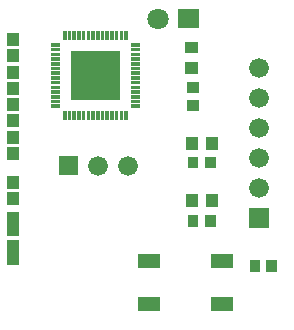
<source format=gts>
G04 Layer: TopSolderMaskLayer*
G04 EasyEDA v6.4.25, 2021-10-20T20:18:06+03:00*
G04 dcba5cd40900447394ce88492ccb6976,3ac546bf038a4e40b039f7879bd882b5,10*
G04 Gerber Generator version 0.2*
G04 Scale: 100 percent, Rotated: No, Reflected: No *
G04 Dimensions in millimeters *
G04 leading zeros omitted , absolute positions ,4 integer and 5 decimal *
%FSLAX45Y45*%
%MOMM*%

%ADD41C,1.8016*%
%ADD46C,1.6764*%
%ADD47R,1.6764X1.6764*%

%LPD*%
G36*
X661162Y5494781D02*
G01*
X661162Y5605018D01*
X761237Y5605018D01*
X761237Y5494781D01*
G37*
G36*
X661162Y5355081D02*
G01*
X661162Y5465318D01*
X761237Y5465318D01*
X761237Y5355081D01*
G37*
G36*
X661162Y5089144D02*
G01*
X661162Y5299455D01*
X761237Y5299455D01*
X761237Y5089144D01*
G37*
G36*
X661162Y4847844D02*
G01*
X661162Y5058155D01*
X761237Y5058155D01*
X761237Y4847844D01*
G37*
G36*
X661162Y6701281D02*
G01*
X661162Y6811518D01*
X761237Y6811518D01*
X761237Y6701281D01*
G37*
G36*
X661162Y6563360D02*
G01*
X661162Y6673595D01*
X761237Y6673595D01*
X761237Y6563360D01*
G37*
G36*
X661162Y6425437D02*
G01*
X661162Y6535673D01*
X761237Y6535673D01*
X761237Y6425437D01*
G37*
G36*
X661162Y6287770D02*
G01*
X661162Y6397752D01*
X761237Y6397752D01*
X761237Y6287770D01*
G37*
G36*
X661162Y6149847D02*
G01*
X661162Y6259829D01*
X761237Y6259829D01*
X761237Y6149847D01*
G37*
G36*
X661162Y6011926D02*
G01*
X661162Y6122162D01*
X761237Y6122162D01*
X761237Y6011926D01*
G37*
G36*
X661162Y5874004D02*
G01*
X661162Y5984239D01*
X761237Y5984239D01*
X761237Y5874004D01*
G37*
G36*
X661162Y5736081D02*
G01*
X661162Y5846318D01*
X761237Y5846318D01*
X761237Y5736081D01*
G37*
G36*
X2106929Y6850379D02*
G01*
X2106929Y7018020D01*
X2287270Y7018020D01*
X2287270Y6850379D01*
G37*
D41*
G01*
X1943100Y6934200D03*
G36*
X2856991Y4788662D02*
G01*
X2856991Y4888737D01*
X2947161Y4888737D01*
X2947161Y4788662D01*
G37*
G36*
X2717038Y4788662D02*
G01*
X2717038Y4888737D01*
X2807208Y4888737D01*
X2807208Y4788662D01*
G37*
G36*
X2167381Y6638797D02*
G01*
X2167381Y6738873D01*
X2277618Y6738873D01*
X2277618Y6638797D01*
G37*
G36*
X2167381Y6468871D02*
G01*
X2167381Y6568947D01*
X2277618Y6568947D01*
X2277618Y6468871D01*
G37*
G36*
X1766570Y4823968D02*
G01*
X1766570Y4944110D01*
X1956815Y4944110D01*
X1956815Y4823968D01*
G37*
G36*
X2386584Y4823968D02*
G01*
X2386584Y4944110D01*
X2576829Y4944110D01*
X2576829Y4823968D01*
G37*
G36*
X1766570Y4453889D02*
G01*
X1766570Y4574031D01*
X1956815Y4574031D01*
X1956815Y4453889D01*
G37*
G36*
X2386584Y4453889D02*
G01*
X2386584Y4574031D01*
X2576829Y4574031D01*
X2576829Y4453889D01*
G37*
G36*
X2186940Y6303771D02*
G01*
X2186940Y6394450D01*
X2283459Y6394450D01*
X2283459Y6303771D01*
G37*
G36*
X2186940Y6153150D02*
G01*
X2186940Y6243828D01*
X2283459Y6243828D01*
X2283459Y6153150D01*
G37*
D46*
G01*
X1689100Y5689600D03*
G01*
X1435100Y5689600D03*
G36*
X1097279Y5605779D02*
G01*
X1097279Y5773420D01*
X1264920Y5773420D01*
X1264920Y5605779D01*
G37*
G36*
X2190750Y5666739D02*
G01*
X2190750Y5763260D01*
X2281427Y5763260D01*
X2281427Y5666739D01*
G37*
G36*
X2341372Y5666739D02*
G01*
X2341372Y5763260D01*
X2432050Y5763260D01*
X2432050Y5666739D01*
G37*
G36*
X2190750Y5171439D02*
G01*
X2190750Y5267960D01*
X2281427Y5267960D01*
X2281427Y5171439D01*
G37*
G36*
X2341372Y5171439D02*
G01*
X2341372Y5267960D01*
X2432050Y5267960D01*
X2432050Y5171439D01*
G37*
G36*
X2346197Y5824981D02*
G01*
X2346197Y5935218D01*
X2446527Y5935218D01*
X2446527Y5824981D01*
G37*
G36*
X2176272Y5824981D02*
G01*
X2176272Y5935218D01*
X2276347Y5935218D01*
X2276347Y5824981D01*
G37*
G36*
X2346197Y5342381D02*
G01*
X2346197Y5452618D01*
X2446527Y5452618D01*
X2446527Y5342381D01*
G37*
G36*
X2176272Y5342381D02*
G01*
X2176272Y5452618D01*
X2276347Y5452618D01*
X2276347Y5342381D01*
G37*
G01*
X2794000Y6515100D03*
G01*
X2794000Y6261100D03*
G01*
X2794000Y6007100D03*
G01*
X2794000Y5753100D03*
G01*
X2794000Y5499100D03*
D47*
G01*
X2794000Y5245100D03*
G36*
X1712213Y6176518D02*
G01*
X1712213Y6206744D01*
X1788668Y6206744D01*
X1788668Y6176518D01*
G37*
G36*
X1712213Y6216395D02*
G01*
X1712213Y6246621D01*
X1788668Y6246621D01*
X1788668Y6216395D01*
G37*
G36*
X1712213Y6256528D02*
G01*
X1712213Y6286754D01*
X1788668Y6286754D01*
X1788668Y6256528D01*
G37*
G36*
X1712213Y6296405D02*
G01*
X1712213Y6326631D01*
X1788668Y6326631D01*
X1788668Y6296405D01*
G37*
G36*
X1712213Y6336537D02*
G01*
X1712213Y6366763D01*
X1788668Y6366763D01*
X1788668Y6336537D01*
G37*
G36*
X1712213Y6376415D02*
G01*
X1712213Y6406642D01*
X1788668Y6406642D01*
X1788668Y6376415D01*
G37*
G36*
X1712213Y6416547D02*
G01*
X1712213Y6446773D01*
X1788668Y6446773D01*
X1788668Y6416547D01*
G37*
G36*
X1712213Y6456426D02*
G01*
X1712213Y6486652D01*
X1788668Y6486652D01*
X1788668Y6456426D01*
G37*
G36*
X1712213Y6496557D02*
G01*
X1712213Y6526784D01*
X1788668Y6526784D01*
X1788668Y6496557D01*
G37*
G36*
X1712213Y6536436D02*
G01*
X1712213Y6566662D01*
X1788668Y6566662D01*
X1788668Y6536436D01*
G37*
G36*
X1712213Y6576568D02*
G01*
X1712213Y6606794D01*
X1788668Y6606794D01*
X1788668Y6576568D01*
G37*
G36*
X1712213Y6616445D02*
G01*
X1712213Y6646671D01*
X1788668Y6646671D01*
X1788668Y6616445D01*
G37*
G36*
X1712213Y6656578D02*
G01*
X1712213Y6686804D01*
X1788668Y6686804D01*
X1788668Y6656578D01*
G37*
G36*
X1712213Y6696455D02*
G01*
X1712213Y6726681D01*
X1788668Y6726681D01*
X1788668Y6696455D01*
G37*
G36*
X1654555Y6754113D02*
G01*
X1654555Y6830568D01*
X1684781Y6830568D01*
X1684781Y6754113D01*
G37*
G36*
X1614678Y6754113D02*
G01*
X1614678Y6830568D01*
X1644904Y6830568D01*
X1644904Y6754113D01*
G37*
G36*
X1574545Y6754113D02*
G01*
X1574545Y6830568D01*
X1604771Y6830568D01*
X1604771Y6754113D01*
G37*
G36*
X1534668Y6754113D02*
G01*
X1534668Y6830568D01*
X1564894Y6830568D01*
X1564894Y6754113D01*
G37*
G36*
X1494536Y6754113D02*
G01*
X1494536Y6830568D01*
X1524762Y6830568D01*
X1524762Y6754113D01*
G37*
G36*
X1454657Y6754113D02*
G01*
X1454657Y6830568D01*
X1484884Y6830568D01*
X1484884Y6754113D01*
G37*
G36*
X1414526Y6754113D02*
G01*
X1414526Y6830568D01*
X1444752Y6830568D01*
X1444752Y6754113D01*
G37*
G36*
X1374647Y6754113D02*
G01*
X1374647Y6830568D01*
X1404873Y6830568D01*
X1404873Y6754113D01*
G37*
G36*
X1334515Y6754113D02*
G01*
X1334515Y6830568D01*
X1364742Y6830568D01*
X1364742Y6754113D01*
G37*
G36*
X1294637Y6754113D02*
G01*
X1294637Y6830568D01*
X1324863Y6830568D01*
X1324863Y6754113D01*
G37*
G36*
X1254505Y6754113D02*
G01*
X1254505Y6830568D01*
X1284731Y6830568D01*
X1284731Y6754113D01*
G37*
G36*
X1214628Y6754113D02*
G01*
X1214628Y6830568D01*
X1244854Y6830568D01*
X1244854Y6754113D01*
G37*
G36*
X1174495Y6754113D02*
G01*
X1174495Y6830568D01*
X1204721Y6830568D01*
X1204721Y6754113D01*
G37*
G36*
X1134618Y6754113D02*
G01*
X1134618Y6830568D01*
X1164844Y6830568D01*
X1164844Y6754113D01*
G37*
G36*
X1030731Y6696455D02*
G01*
X1030731Y6726681D01*
X1107186Y6726681D01*
X1107186Y6696455D01*
G37*
G36*
X1030731Y6656578D02*
G01*
X1030731Y6686804D01*
X1107186Y6686804D01*
X1107186Y6656578D01*
G37*
G36*
X1030731Y6616445D02*
G01*
X1030731Y6646671D01*
X1107186Y6646671D01*
X1107186Y6616445D01*
G37*
G36*
X1030731Y6576568D02*
G01*
X1030731Y6606794D01*
X1107186Y6606794D01*
X1107186Y6576568D01*
G37*
G36*
X1030731Y6536436D02*
G01*
X1030731Y6566662D01*
X1107186Y6566662D01*
X1107186Y6536436D01*
G37*
G36*
X1030731Y6496557D02*
G01*
X1030731Y6526784D01*
X1107186Y6526784D01*
X1107186Y6496557D01*
G37*
G36*
X1030731Y6456426D02*
G01*
X1030731Y6486652D01*
X1107186Y6486652D01*
X1107186Y6456426D01*
G37*
G36*
X1030731Y6416547D02*
G01*
X1030731Y6446773D01*
X1107186Y6446773D01*
X1107186Y6416547D01*
G37*
G36*
X1030731Y6376415D02*
G01*
X1030731Y6406642D01*
X1107186Y6406642D01*
X1107186Y6376415D01*
G37*
G36*
X1030731Y6336537D02*
G01*
X1030731Y6366763D01*
X1107186Y6366763D01*
X1107186Y6336537D01*
G37*
G36*
X1030731Y6296405D02*
G01*
X1030731Y6326631D01*
X1107186Y6326631D01*
X1107186Y6296405D01*
G37*
G36*
X1030731Y6256528D02*
G01*
X1030731Y6286754D01*
X1107186Y6286754D01*
X1107186Y6256528D01*
G37*
G36*
X1030731Y6216395D02*
G01*
X1030731Y6246621D01*
X1107186Y6246621D01*
X1107186Y6216395D01*
G37*
G36*
X1030731Y6176518D02*
G01*
X1030731Y6206744D01*
X1107186Y6206744D01*
X1107186Y6176518D01*
G37*
G36*
X1134618Y6072631D02*
G01*
X1134618Y6149086D01*
X1164844Y6149086D01*
X1164844Y6072631D01*
G37*
G36*
X1174495Y6072631D02*
G01*
X1174495Y6149086D01*
X1204721Y6149086D01*
X1204721Y6072631D01*
G37*
G36*
X1214628Y6072631D02*
G01*
X1214628Y6149086D01*
X1244854Y6149086D01*
X1244854Y6072631D01*
G37*
G36*
X1254505Y6072631D02*
G01*
X1254505Y6149086D01*
X1284731Y6149086D01*
X1284731Y6072631D01*
G37*
G36*
X1294637Y6072631D02*
G01*
X1294637Y6149086D01*
X1324863Y6149086D01*
X1324863Y6072631D01*
G37*
G36*
X1334515Y6072631D02*
G01*
X1334515Y6149086D01*
X1364742Y6149086D01*
X1364742Y6072631D01*
G37*
G36*
X1374647Y6072631D02*
G01*
X1374647Y6149086D01*
X1404873Y6149086D01*
X1404873Y6072631D01*
G37*
G36*
X1414526Y6072631D02*
G01*
X1414526Y6149086D01*
X1444752Y6149086D01*
X1444752Y6072631D01*
G37*
G36*
X1454657Y6072631D02*
G01*
X1454657Y6149086D01*
X1484884Y6149086D01*
X1484884Y6072631D01*
G37*
G36*
X1494536Y6072631D02*
G01*
X1494536Y6149086D01*
X1524762Y6149086D01*
X1524762Y6072631D01*
G37*
G36*
X1534668Y6072631D02*
G01*
X1534668Y6149086D01*
X1564894Y6149086D01*
X1564894Y6072631D01*
G37*
G36*
X1574545Y6072631D02*
G01*
X1574545Y6149086D01*
X1604771Y6149086D01*
X1604771Y6072631D01*
G37*
G36*
X1614678Y6072631D02*
G01*
X1614678Y6149086D01*
X1644904Y6149086D01*
X1644904Y6072631D01*
G37*
G36*
X1654555Y6072631D02*
G01*
X1654555Y6149086D01*
X1684781Y6149086D01*
X1684781Y6072631D01*
G37*
G36*
X1204721Y6246621D02*
G01*
X1204721Y6656578D01*
X1614678Y6656578D01*
X1614678Y6246621D01*
G37*
M02*

</source>
